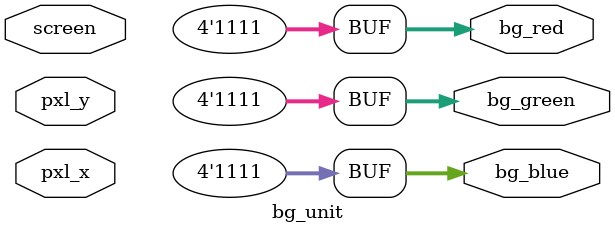
<source format=sv>

module bg_unit (
	inout 	[31:0] pxl_x,
	input 	[31:0] pxl_y,
	
	output	[3:0] bg_red,
	output	[3:0] bg_green,
	output	[3:0] bg_blue,
	
	input		[2:0] screen
	
);

assign bg_red = 4'b1111; //pxl_x[4:1];
assign bg_green = 4'b1111; //pxl_y[4:1];
assign bg_blue = 4'b1111; //pxl_y[5:2];


endmodule

</source>
